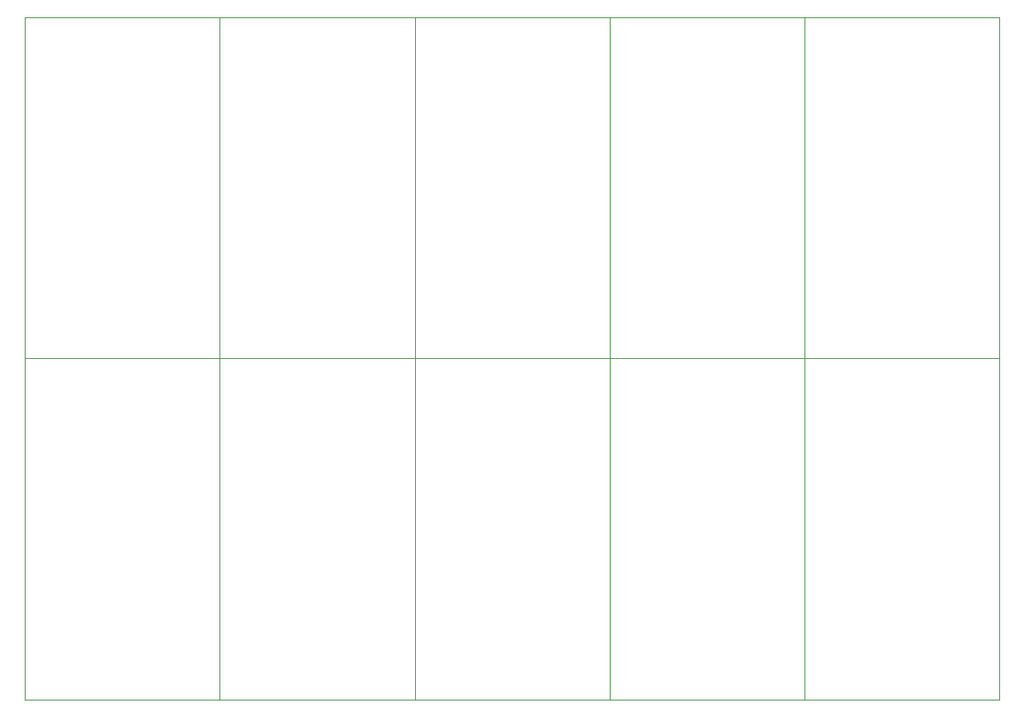
<source format=gko>
G04*
G04 #@! TF.GenerationSoftware,Altium Limited,Altium Designer,20.1.12 (249)*
G04*
G04 Layer_Color=16711935*
%FSLAX25Y25*%
%MOIN*%
G70*
G04*
G04 #@! TF.SameCoordinates,93090BFA-B333-45B1-ADBD-1567DB3BF8F2*
G04*
G04*
G04 #@! TF.FilePolarity,Positive*
G04*
G01*
G75*
%ADD56C,0.00394*%
D56*
X0Y137795D02*
X393701D01*
X78740Y275590D02*
X78740Y0D01*
X0Y275590D02*
X393701Y275591D01*
X393701Y275590D02*
X393701Y0D01*
X314961Y275590D02*
X314961Y0D01*
X236220Y275590D02*
X236221Y0D01*
X157480Y275590D02*
X157480Y0D01*
X-0Y275590D02*
X0Y0D01*
X0D02*
X393701D01*
X314961Y137795D02*
Y0D01*
X393701D01*
Y137795D02*
Y0D01*
X314961Y137795D02*
X393701D01*
X314961Y137795D02*
X393701D01*
X393701Y275591D02*
X393701Y137795D01*
X314961Y275591D02*
X393701D01*
X314961Y137795D02*
Y275591D01*
X157480Y0D02*
Y137795D01*
Y0D02*
X236221D01*
Y137795D01*
X157480D02*
X236221D01*
X78740Y0D02*
Y137795D01*
Y0D02*
X157480D01*
Y137795D01*
X78740D02*
X157480D01*
X236221Y275591D02*
Y137795D01*
X157480Y275591D02*
X236221D01*
X157480D02*
Y137795D01*
X236221D01*
X157480Y275591D02*
Y137795D01*
X78740Y275591D02*
X157480D01*
X78740D02*
Y137795D01*
X157480D01*
X78740Y275591D02*
Y137795D01*
X0Y275591D02*
X78740D01*
X0D02*
Y137795D01*
X78740D01*
X0Y0D02*
Y137795D01*
Y0D02*
X78740D01*
Y137795D01*
X0D02*
X78740D01*
M02*

</source>
